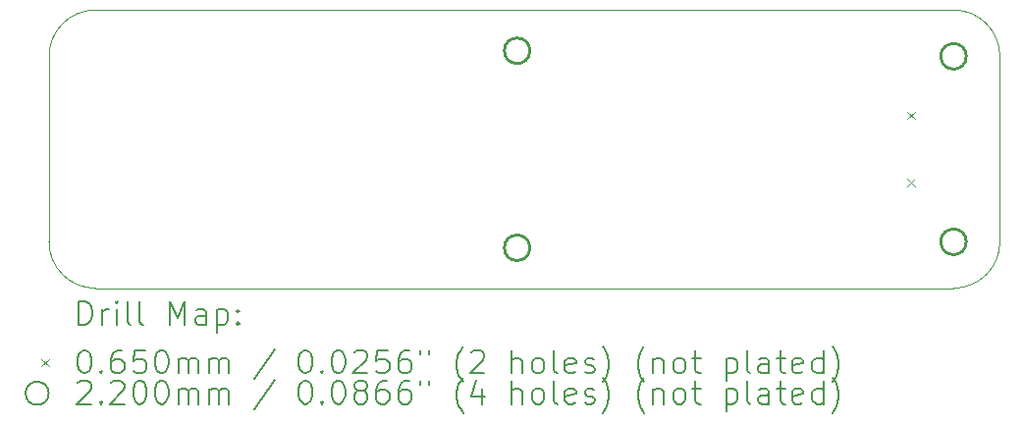
<source format=gbr>
%TF.GenerationSoftware,KiCad,Pcbnew,9.0.4*%
%TF.CreationDate,2025-09-01T13:06:25+02:00*%
%TF.ProjectId,EHT,4548542e-6b69-4636-9164-5f7063625858,rev?*%
%TF.SameCoordinates,Original*%
%TF.FileFunction,Drillmap*%
%TF.FilePolarity,Positive*%
%FSLAX45Y45*%
G04 Gerber Fmt 4.5, Leading zero omitted, Abs format (unit mm)*
G04 Created by KiCad (PCBNEW 9.0.4) date 2025-09-01 13:06:25*
%MOMM*%
%LPD*%
G01*
G04 APERTURE LIST*
%ADD10C,0.050000*%
%ADD11C,0.200000*%
%ADD12C,0.100000*%
%ADD13C,0.220000*%
G04 APERTURE END LIST*
D10*
X18600000Y-7500000D02*
X18600000Y-9100000D01*
X10400000Y-7500000D02*
X10400000Y-9100000D01*
X10400000Y-7500000D02*
G75*
G02*
X10800000Y-7100000I400000J0D01*
G01*
X10800000Y-9500000D02*
G75*
G02*
X10400000Y-9100000I0J400000D01*
G01*
X18600000Y-9100000D02*
G75*
G02*
X18200000Y-9500000I-400000J0D01*
G01*
X18200000Y-7100000D02*
G75*
G02*
X18600000Y-7500000I0J-400000D01*
G01*
X18200000Y-7100000D02*
X10800000Y-7100000D01*
X18200000Y-9500000D02*
X10800000Y-9500000D01*
D11*
D12*
X17799500Y-7976500D02*
X17864500Y-8041500D01*
X17864500Y-7976500D02*
X17799500Y-8041500D01*
X17799500Y-8554500D02*
X17864500Y-8619500D01*
X17864500Y-8554500D02*
X17799500Y-8619500D01*
D13*
X14546500Y-7451500D02*
G75*
G02*
X14326500Y-7451500I-110000J0D01*
G01*
X14326500Y-7451500D02*
G75*
G02*
X14546500Y-7451500I110000J0D01*
G01*
X14546500Y-9151500D02*
G75*
G02*
X14326500Y-9151500I-110000J0D01*
G01*
X14326500Y-9151500D02*
G75*
G02*
X14546500Y-9151500I110000J0D01*
G01*
X18310000Y-7500000D02*
G75*
G02*
X18090000Y-7500000I-110000J0D01*
G01*
X18090000Y-7500000D02*
G75*
G02*
X18310000Y-7500000I110000J0D01*
G01*
X18310000Y-9100000D02*
G75*
G02*
X18090000Y-9100000I-110000J0D01*
G01*
X18090000Y-9100000D02*
G75*
G02*
X18310000Y-9100000I110000J0D01*
G01*
D11*
X10658277Y-9813984D02*
X10658277Y-9613984D01*
X10658277Y-9613984D02*
X10705896Y-9613984D01*
X10705896Y-9613984D02*
X10734467Y-9623508D01*
X10734467Y-9623508D02*
X10753515Y-9642555D01*
X10753515Y-9642555D02*
X10763039Y-9661603D01*
X10763039Y-9661603D02*
X10772563Y-9699698D01*
X10772563Y-9699698D02*
X10772563Y-9728270D01*
X10772563Y-9728270D02*
X10763039Y-9766365D01*
X10763039Y-9766365D02*
X10753515Y-9785412D01*
X10753515Y-9785412D02*
X10734467Y-9804460D01*
X10734467Y-9804460D02*
X10705896Y-9813984D01*
X10705896Y-9813984D02*
X10658277Y-9813984D01*
X10858277Y-9813984D02*
X10858277Y-9680650D01*
X10858277Y-9718746D02*
X10867801Y-9699698D01*
X10867801Y-9699698D02*
X10877324Y-9690174D01*
X10877324Y-9690174D02*
X10896372Y-9680650D01*
X10896372Y-9680650D02*
X10915420Y-9680650D01*
X10982086Y-9813984D02*
X10982086Y-9680650D01*
X10982086Y-9613984D02*
X10972563Y-9623508D01*
X10972563Y-9623508D02*
X10982086Y-9633031D01*
X10982086Y-9633031D02*
X10991610Y-9623508D01*
X10991610Y-9623508D02*
X10982086Y-9613984D01*
X10982086Y-9613984D02*
X10982086Y-9633031D01*
X11105896Y-9813984D02*
X11086848Y-9804460D01*
X11086848Y-9804460D02*
X11077324Y-9785412D01*
X11077324Y-9785412D02*
X11077324Y-9613984D01*
X11210658Y-9813984D02*
X11191610Y-9804460D01*
X11191610Y-9804460D02*
X11182086Y-9785412D01*
X11182086Y-9785412D02*
X11182086Y-9613984D01*
X11439229Y-9813984D02*
X11439229Y-9613984D01*
X11439229Y-9613984D02*
X11505896Y-9756841D01*
X11505896Y-9756841D02*
X11572562Y-9613984D01*
X11572562Y-9613984D02*
X11572562Y-9813984D01*
X11753515Y-9813984D02*
X11753515Y-9709222D01*
X11753515Y-9709222D02*
X11743991Y-9690174D01*
X11743991Y-9690174D02*
X11724943Y-9680650D01*
X11724943Y-9680650D02*
X11686848Y-9680650D01*
X11686848Y-9680650D02*
X11667801Y-9690174D01*
X11753515Y-9804460D02*
X11734467Y-9813984D01*
X11734467Y-9813984D02*
X11686848Y-9813984D01*
X11686848Y-9813984D02*
X11667801Y-9804460D01*
X11667801Y-9804460D02*
X11658277Y-9785412D01*
X11658277Y-9785412D02*
X11658277Y-9766365D01*
X11658277Y-9766365D02*
X11667801Y-9747317D01*
X11667801Y-9747317D02*
X11686848Y-9737793D01*
X11686848Y-9737793D02*
X11734467Y-9737793D01*
X11734467Y-9737793D02*
X11753515Y-9728270D01*
X11848753Y-9680650D02*
X11848753Y-9880650D01*
X11848753Y-9690174D02*
X11867801Y-9680650D01*
X11867801Y-9680650D02*
X11905896Y-9680650D01*
X11905896Y-9680650D02*
X11924943Y-9690174D01*
X11924943Y-9690174D02*
X11934467Y-9699698D01*
X11934467Y-9699698D02*
X11943991Y-9718746D01*
X11943991Y-9718746D02*
X11943991Y-9775889D01*
X11943991Y-9775889D02*
X11934467Y-9794936D01*
X11934467Y-9794936D02*
X11924943Y-9804460D01*
X11924943Y-9804460D02*
X11905896Y-9813984D01*
X11905896Y-9813984D02*
X11867801Y-9813984D01*
X11867801Y-9813984D02*
X11848753Y-9804460D01*
X12029705Y-9794936D02*
X12039229Y-9804460D01*
X12039229Y-9804460D02*
X12029705Y-9813984D01*
X12029705Y-9813984D02*
X12020182Y-9804460D01*
X12020182Y-9804460D02*
X12029705Y-9794936D01*
X12029705Y-9794936D02*
X12029705Y-9813984D01*
X12029705Y-9690174D02*
X12039229Y-9699698D01*
X12039229Y-9699698D02*
X12029705Y-9709222D01*
X12029705Y-9709222D02*
X12020182Y-9699698D01*
X12020182Y-9699698D02*
X12029705Y-9690174D01*
X12029705Y-9690174D02*
X12029705Y-9709222D01*
D12*
X10332500Y-10110000D02*
X10397500Y-10175000D01*
X10397500Y-10110000D02*
X10332500Y-10175000D01*
D11*
X10696372Y-10033984D02*
X10715420Y-10033984D01*
X10715420Y-10033984D02*
X10734467Y-10043508D01*
X10734467Y-10043508D02*
X10743991Y-10053031D01*
X10743991Y-10053031D02*
X10753515Y-10072079D01*
X10753515Y-10072079D02*
X10763039Y-10110174D01*
X10763039Y-10110174D02*
X10763039Y-10157793D01*
X10763039Y-10157793D02*
X10753515Y-10195889D01*
X10753515Y-10195889D02*
X10743991Y-10214936D01*
X10743991Y-10214936D02*
X10734467Y-10224460D01*
X10734467Y-10224460D02*
X10715420Y-10233984D01*
X10715420Y-10233984D02*
X10696372Y-10233984D01*
X10696372Y-10233984D02*
X10677324Y-10224460D01*
X10677324Y-10224460D02*
X10667801Y-10214936D01*
X10667801Y-10214936D02*
X10658277Y-10195889D01*
X10658277Y-10195889D02*
X10648753Y-10157793D01*
X10648753Y-10157793D02*
X10648753Y-10110174D01*
X10648753Y-10110174D02*
X10658277Y-10072079D01*
X10658277Y-10072079D02*
X10667801Y-10053031D01*
X10667801Y-10053031D02*
X10677324Y-10043508D01*
X10677324Y-10043508D02*
X10696372Y-10033984D01*
X10848753Y-10214936D02*
X10858277Y-10224460D01*
X10858277Y-10224460D02*
X10848753Y-10233984D01*
X10848753Y-10233984D02*
X10839229Y-10224460D01*
X10839229Y-10224460D02*
X10848753Y-10214936D01*
X10848753Y-10214936D02*
X10848753Y-10233984D01*
X11029705Y-10033984D02*
X10991610Y-10033984D01*
X10991610Y-10033984D02*
X10972563Y-10043508D01*
X10972563Y-10043508D02*
X10963039Y-10053031D01*
X10963039Y-10053031D02*
X10943991Y-10081603D01*
X10943991Y-10081603D02*
X10934467Y-10119698D01*
X10934467Y-10119698D02*
X10934467Y-10195889D01*
X10934467Y-10195889D02*
X10943991Y-10214936D01*
X10943991Y-10214936D02*
X10953515Y-10224460D01*
X10953515Y-10224460D02*
X10972563Y-10233984D01*
X10972563Y-10233984D02*
X11010658Y-10233984D01*
X11010658Y-10233984D02*
X11029705Y-10224460D01*
X11029705Y-10224460D02*
X11039229Y-10214936D01*
X11039229Y-10214936D02*
X11048753Y-10195889D01*
X11048753Y-10195889D02*
X11048753Y-10148270D01*
X11048753Y-10148270D02*
X11039229Y-10129222D01*
X11039229Y-10129222D02*
X11029705Y-10119698D01*
X11029705Y-10119698D02*
X11010658Y-10110174D01*
X11010658Y-10110174D02*
X10972563Y-10110174D01*
X10972563Y-10110174D02*
X10953515Y-10119698D01*
X10953515Y-10119698D02*
X10943991Y-10129222D01*
X10943991Y-10129222D02*
X10934467Y-10148270D01*
X11229705Y-10033984D02*
X11134467Y-10033984D01*
X11134467Y-10033984D02*
X11124944Y-10129222D01*
X11124944Y-10129222D02*
X11134467Y-10119698D01*
X11134467Y-10119698D02*
X11153515Y-10110174D01*
X11153515Y-10110174D02*
X11201134Y-10110174D01*
X11201134Y-10110174D02*
X11220182Y-10119698D01*
X11220182Y-10119698D02*
X11229705Y-10129222D01*
X11229705Y-10129222D02*
X11239229Y-10148270D01*
X11239229Y-10148270D02*
X11239229Y-10195889D01*
X11239229Y-10195889D02*
X11229705Y-10214936D01*
X11229705Y-10214936D02*
X11220182Y-10224460D01*
X11220182Y-10224460D02*
X11201134Y-10233984D01*
X11201134Y-10233984D02*
X11153515Y-10233984D01*
X11153515Y-10233984D02*
X11134467Y-10224460D01*
X11134467Y-10224460D02*
X11124944Y-10214936D01*
X11363039Y-10033984D02*
X11382086Y-10033984D01*
X11382086Y-10033984D02*
X11401134Y-10043508D01*
X11401134Y-10043508D02*
X11410658Y-10053031D01*
X11410658Y-10053031D02*
X11420182Y-10072079D01*
X11420182Y-10072079D02*
X11429705Y-10110174D01*
X11429705Y-10110174D02*
X11429705Y-10157793D01*
X11429705Y-10157793D02*
X11420182Y-10195889D01*
X11420182Y-10195889D02*
X11410658Y-10214936D01*
X11410658Y-10214936D02*
X11401134Y-10224460D01*
X11401134Y-10224460D02*
X11382086Y-10233984D01*
X11382086Y-10233984D02*
X11363039Y-10233984D01*
X11363039Y-10233984D02*
X11343991Y-10224460D01*
X11343991Y-10224460D02*
X11334467Y-10214936D01*
X11334467Y-10214936D02*
X11324943Y-10195889D01*
X11324943Y-10195889D02*
X11315420Y-10157793D01*
X11315420Y-10157793D02*
X11315420Y-10110174D01*
X11315420Y-10110174D02*
X11324943Y-10072079D01*
X11324943Y-10072079D02*
X11334467Y-10053031D01*
X11334467Y-10053031D02*
X11343991Y-10043508D01*
X11343991Y-10043508D02*
X11363039Y-10033984D01*
X11515420Y-10233984D02*
X11515420Y-10100650D01*
X11515420Y-10119698D02*
X11524943Y-10110174D01*
X11524943Y-10110174D02*
X11543991Y-10100650D01*
X11543991Y-10100650D02*
X11572563Y-10100650D01*
X11572563Y-10100650D02*
X11591610Y-10110174D01*
X11591610Y-10110174D02*
X11601134Y-10129222D01*
X11601134Y-10129222D02*
X11601134Y-10233984D01*
X11601134Y-10129222D02*
X11610658Y-10110174D01*
X11610658Y-10110174D02*
X11629705Y-10100650D01*
X11629705Y-10100650D02*
X11658277Y-10100650D01*
X11658277Y-10100650D02*
X11677324Y-10110174D01*
X11677324Y-10110174D02*
X11686848Y-10129222D01*
X11686848Y-10129222D02*
X11686848Y-10233984D01*
X11782086Y-10233984D02*
X11782086Y-10100650D01*
X11782086Y-10119698D02*
X11791610Y-10110174D01*
X11791610Y-10110174D02*
X11810658Y-10100650D01*
X11810658Y-10100650D02*
X11839229Y-10100650D01*
X11839229Y-10100650D02*
X11858277Y-10110174D01*
X11858277Y-10110174D02*
X11867801Y-10129222D01*
X11867801Y-10129222D02*
X11867801Y-10233984D01*
X11867801Y-10129222D02*
X11877324Y-10110174D01*
X11877324Y-10110174D02*
X11896372Y-10100650D01*
X11896372Y-10100650D02*
X11924943Y-10100650D01*
X11924943Y-10100650D02*
X11943991Y-10110174D01*
X11943991Y-10110174D02*
X11953515Y-10129222D01*
X11953515Y-10129222D02*
X11953515Y-10233984D01*
X12343991Y-10024460D02*
X12172563Y-10281603D01*
X12601134Y-10033984D02*
X12620182Y-10033984D01*
X12620182Y-10033984D02*
X12639229Y-10043508D01*
X12639229Y-10043508D02*
X12648753Y-10053031D01*
X12648753Y-10053031D02*
X12658277Y-10072079D01*
X12658277Y-10072079D02*
X12667801Y-10110174D01*
X12667801Y-10110174D02*
X12667801Y-10157793D01*
X12667801Y-10157793D02*
X12658277Y-10195889D01*
X12658277Y-10195889D02*
X12648753Y-10214936D01*
X12648753Y-10214936D02*
X12639229Y-10224460D01*
X12639229Y-10224460D02*
X12620182Y-10233984D01*
X12620182Y-10233984D02*
X12601134Y-10233984D01*
X12601134Y-10233984D02*
X12582086Y-10224460D01*
X12582086Y-10224460D02*
X12572563Y-10214936D01*
X12572563Y-10214936D02*
X12563039Y-10195889D01*
X12563039Y-10195889D02*
X12553515Y-10157793D01*
X12553515Y-10157793D02*
X12553515Y-10110174D01*
X12553515Y-10110174D02*
X12563039Y-10072079D01*
X12563039Y-10072079D02*
X12572563Y-10053031D01*
X12572563Y-10053031D02*
X12582086Y-10043508D01*
X12582086Y-10043508D02*
X12601134Y-10033984D01*
X12753515Y-10214936D02*
X12763039Y-10224460D01*
X12763039Y-10224460D02*
X12753515Y-10233984D01*
X12753515Y-10233984D02*
X12743991Y-10224460D01*
X12743991Y-10224460D02*
X12753515Y-10214936D01*
X12753515Y-10214936D02*
X12753515Y-10233984D01*
X12886848Y-10033984D02*
X12905896Y-10033984D01*
X12905896Y-10033984D02*
X12924944Y-10043508D01*
X12924944Y-10043508D02*
X12934467Y-10053031D01*
X12934467Y-10053031D02*
X12943991Y-10072079D01*
X12943991Y-10072079D02*
X12953515Y-10110174D01*
X12953515Y-10110174D02*
X12953515Y-10157793D01*
X12953515Y-10157793D02*
X12943991Y-10195889D01*
X12943991Y-10195889D02*
X12934467Y-10214936D01*
X12934467Y-10214936D02*
X12924944Y-10224460D01*
X12924944Y-10224460D02*
X12905896Y-10233984D01*
X12905896Y-10233984D02*
X12886848Y-10233984D01*
X12886848Y-10233984D02*
X12867801Y-10224460D01*
X12867801Y-10224460D02*
X12858277Y-10214936D01*
X12858277Y-10214936D02*
X12848753Y-10195889D01*
X12848753Y-10195889D02*
X12839229Y-10157793D01*
X12839229Y-10157793D02*
X12839229Y-10110174D01*
X12839229Y-10110174D02*
X12848753Y-10072079D01*
X12848753Y-10072079D02*
X12858277Y-10053031D01*
X12858277Y-10053031D02*
X12867801Y-10043508D01*
X12867801Y-10043508D02*
X12886848Y-10033984D01*
X13029706Y-10053031D02*
X13039229Y-10043508D01*
X13039229Y-10043508D02*
X13058277Y-10033984D01*
X13058277Y-10033984D02*
X13105896Y-10033984D01*
X13105896Y-10033984D02*
X13124944Y-10043508D01*
X13124944Y-10043508D02*
X13134467Y-10053031D01*
X13134467Y-10053031D02*
X13143991Y-10072079D01*
X13143991Y-10072079D02*
X13143991Y-10091127D01*
X13143991Y-10091127D02*
X13134467Y-10119698D01*
X13134467Y-10119698D02*
X13020182Y-10233984D01*
X13020182Y-10233984D02*
X13143991Y-10233984D01*
X13324944Y-10033984D02*
X13229706Y-10033984D01*
X13229706Y-10033984D02*
X13220182Y-10129222D01*
X13220182Y-10129222D02*
X13229706Y-10119698D01*
X13229706Y-10119698D02*
X13248753Y-10110174D01*
X13248753Y-10110174D02*
X13296372Y-10110174D01*
X13296372Y-10110174D02*
X13315420Y-10119698D01*
X13315420Y-10119698D02*
X13324944Y-10129222D01*
X13324944Y-10129222D02*
X13334467Y-10148270D01*
X13334467Y-10148270D02*
X13334467Y-10195889D01*
X13334467Y-10195889D02*
X13324944Y-10214936D01*
X13324944Y-10214936D02*
X13315420Y-10224460D01*
X13315420Y-10224460D02*
X13296372Y-10233984D01*
X13296372Y-10233984D02*
X13248753Y-10233984D01*
X13248753Y-10233984D02*
X13229706Y-10224460D01*
X13229706Y-10224460D02*
X13220182Y-10214936D01*
X13505896Y-10033984D02*
X13467801Y-10033984D01*
X13467801Y-10033984D02*
X13448753Y-10043508D01*
X13448753Y-10043508D02*
X13439229Y-10053031D01*
X13439229Y-10053031D02*
X13420182Y-10081603D01*
X13420182Y-10081603D02*
X13410658Y-10119698D01*
X13410658Y-10119698D02*
X13410658Y-10195889D01*
X13410658Y-10195889D02*
X13420182Y-10214936D01*
X13420182Y-10214936D02*
X13429706Y-10224460D01*
X13429706Y-10224460D02*
X13448753Y-10233984D01*
X13448753Y-10233984D02*
X13486848Y-10233984D01*
X13486848Y-10233984D02*
X13505896Y-10224460D01*
X13505896Y-10224460D02*
X13515420Y-10214936D01*
X13515420Y-10214936D02*
X13524944Y-10195889D01*
X13524944Y-10195889D02*
X13524944Y-10148270D01*
X13524944Y-10148270D02*
X13515420Y-10129222D01*
X13515420Y-10129222D02*
X13505896Y-10119698D01*
X13505896Y-10119698D02*
X13486848Y-10110174D01*
X13486848Y-10110174D02*
X13448753Y-10110174D01*
X13448753Y-10110174D02*
X13429706Y-10119698D01*
X13429706Y-10119698D02*
X13420182Y-10129222D01*
X13420182Y-10129222D02*
X13410658Y-10148270D01*
X13601134Y-10033984D02*
X13601134Y-10072079D01*
X13677325Y-10033984D02*
X13677325Y-10072079D01*
X13972563Y-10310174D02*
X13963039Y-10300650D01*
X13963039Y-10300650D02*
X13943991Y-10272079D01*
X13943991Y-10272079D02*
X13934468Y-10253031D01*
X13934468Y-10253031D02*
X13924944Y-10224460D01*
X13924944Y-10224460D02*
X13915420Y-10176841D01*
X13915420Y-10176841D02*
X13915420Y-10138746D01*
X13915420Y-10138746D02*
X13924944Y-10091127D01*
X13924944Y-10091127D02*
X13934468Y-10062555D01*
X13934468Y-10062555D02*
X13943991Y-10043508D01*
X13943991Y-10043508D02*
X13963039Y-10014936D01*
X13963039Y-10014936D02*
X13972563Y-10005412D01*
X14039229Y-10053031D02*
X14048753Y-10043508D01*
X14048753Y-10043508D02*
X14067801Y-10033984D01*
X14067801Y-10033984D02*
X14115420Y-10033984D01*
X14115420Y-10033984D02*
X14134468Y-10043508D01*
X14134468Y-10043508D02*
X14143991Y-10053031D01*
X14143991Y-10053031D02*
X14153515Y-10072079D01*
X14153515Y-10072079D02*
X14153515Y-10091127D01*
X14153515Y-10091127D02*
X14143991Y-10119698D01*
X14143991Y-10119698D02*
X14029706Y-10233984D01*
X14029706Y-10233984D02*
X14153515Y-10233984D01*
X14391610Y-10233984D02*
X14391610Y-10033984D01*
X14477325Y-10233984D02*
X14477325Y-10129222D01*
X14477325Y-10129222D02*
X14467801Y-10110174D01*
X14467801Y-10110174D02*
X14448753Y-10100650D01*
X14448753Y-10100650D02*
X14420182Y-10100650D01*
X14420182Y-10100650D02*
X14401134Y-10110174D01*
X14401134Y-10110174D02*
X14391610Y-10119698D01*
X14601134Y-10233984D02*
X14582087Y-10224460D01*
X14582087Y-10224460D02*
X14572563Y-10214936D01*
X14572563Y-10214936D02*
X14563039Y-10195889D01*
X14563039Y-10195889D02*
X14563039Y-10138746D01*
X14563039Y-10138746D02*
X14572563Y-10119698D01*
X14572563Y-10119698D02*
X14582087Y-10110174D01*
X14582087Y-10110174D02*
X14601134Y-10100650D01*
X14601134Y-10100650D02*
X14629706Y-10100650D01*
X14629706Y-10100650D02*
X14648753Y-10110174D01*
X14648753Y-10110174D02*
X14658277Y-10119698D01*
X14658277Y-10119698D02*
X14667801Y-10138746D01*
X14667801Y-10138746D02*
X14667801Y-10195889D01*
X14667801Y-10195889D02*
X14658277Y-10214936D01*
X14658277Y-10214936D02*
X14648753Y-10224460D01*
X14648753Y-10224460D02*
X14629706Y-10233984D01*
X14629706Y-10233984D02*
X14601134Y-10233984D01*
X14782087Y-10233984D02*
X14763039Y-10224460D01*
X14763039Y-10224460D02*
X14753515Y-10205412D01*
X14753515Y-10205412D02*
X14753515Y-10033984D01*
X14934468Y-10224460D02*
X14915420Y-10233984D01*
X14915420Y-10233984D02*
X14877325Y-10233984D01*
X14877325Y-10233984D02*
X14858277Y-10224460D01*
X14858277Y-10224460D02*
X14848753Y-10205412D01*
X14848753Y-10205412D02*
X14848753Y-10129222D01*
X14848753Y-10129222D02*
X14858277Y-10110174D01*
X14858277Y-10110174D02*
X14877325Y-10100650D01*
X14877325Y-10100650D02*
X14915420Y-10100650D01*
X14915420Y-10100650D02*
X14934468Y-10110174D01*
X14934468Y-10110174D02*
X14943991Y-10129222D01*
X14943991Y-10129222D02*
X14943991Y-10148270D01*
X14943991Y-10148270D02*
X14848753Y-10167317D01*
X15020182Y-10224460D02*
X15039230Y-10233984D01*
X15039230Y-10233984D02*
X15077325Y-10233984D01*
X15077325Y-10233984D02*
X15096372Y-10224460D01*
X15096372Y-10224460D02*
X15105896Y-10205412D01*
X15105896Y-10205412D02*
X15105896Y-10195889D01*
X15105896Y-10195889D02*
X15096372Y-10176841D01*
X15096372Y-10176841D02*
X15077325Y-10167317D01*
X15077325Y-10167317D02*
X15048753Y-10167317D01*
X15048753Y-10167317D02*
X15029706Y-10157793D01*
X15029706Y-10157793D02*
X15020182Y-10138746D01*
X15020182Y-10138746D02*
X15020182Y-10129222D01*
X15020182Y-10129222D02*
X15029706Y-10110174D01*
X15029706Y-10110174D02*
X15048753Y-10100650D01*
X15048753Y-10100650D02*
X15077325Y-10100650D01*
X15077325Y-10100650D02*
X15096372Y-10110174D01*
X15172563Y-10310174D02*
X15182087Y-10300650D01*
X15182087Y-10300650D02*
X15201134Y-10272079D01*
X15201134Y-10272079D02*
X15210658Y-10253031D01*
X15210658Y-10253031D02*
X15220182Y-10224460D01*
X15220182Y-10224460D02*
X15229706Y-10176841D01*
X15229706Y-10176841D02*
X15229706Y-10138746D01*
X15229706Y-10138746D02*
X15220182Y-10091127D01*
X15220182Y-10091127D02*
X15210658Y-10062555D01*
X15210658Y-10062555D02*
X15201134Y-10043508D01*
X15201134Y-10043508D02*
X15182087Y-10014936D01*
X15182087Y-10014936D02*
X15172563Y-10005412D01*
X15534468Y-10310174D02*
X15524944Y-10300650D01*
X15524944Y-10300650D02*
X15505896Y-10272079D01*
X15505896Y-10272079D02*
X15496372Y-10253031D01*
X15496372Y-10253031D02*
X15486849Y-10224460D01*
X15486849Y-10224460D02*
X15477325Y-10176841D01*
X15477325Y-10176841D02*
X15477325Y-10138746D01*
X15477325Y-10138746D02*
X15486849Y-10091127D01*
X15486849Y-10091127D02*
X15496372Y-10062555D01*
X15496372Y-10062555D02*
X15505896Y-10043508D01*
X15505896Y-10043508D02*
X15524944Y-10014936D01*
X15524944Y-10014936D02*
X15534468Y-10005412D01*
X15610658Y-10100650D02*
X15610658Y-10233984D01*
X15610658Y-10119698D02*
X15620182Y-10110174D01*
X15620182Y-10110174D02*
X15639230Y-10100650D01*
X15639230Y-10100650D02*
X15667801Y-10100650D01*
X15667801Y-10100650D02*
X15686849Y-10110174D01*
X15686849Y-10110174D02*
X15696372Y-10129222D01*
X15696372Y-10129222D02*
X15696372Y-10233984D01*
X15820182Y-10233984D02*
X15801134Y-10224460D01*
X15801134Y-10224460D02*
X15791611Y-10214936D01*
X15791611Y-10214936D02*
X15782087Y-10195889D01*
X15782087Y-10195889D02*
X15782087Y-10138746D01*
X15782087Y-10138746D02*
X15791611Y-10119698D01*
X15791611Y-10119698D02*
X15801134Y-10110174D01*
X15801134Y-10110174D02*
X15820182Y-10100650D01*
X15820182Y-10100650D02*
X15848753Y-10100650D01*
X15848753Y-10100650D02*
X15867801Y-10110174D01*
X15867801Y-10110174D02*
X15877325Y-10119698D01*
X15877325Y-10119698D02*
X15886849Y-10138746D01*
X15886849Y-10138746D02*
X15886849Y-10195889D01*
X15886849Y-10195889D02*
X15877325Y-10214936D01*
X15877325Y-10214936D02*
X15867801Y-10224460D01*
X15867801Y-10224460D02*
X15848753Y-10233984D01*
X15848753Y-10233984D02*
X15820182Y-10233984D01*
X15943992Y-10100650D02*
X16020182Y-10100650D01*
X15972563Y-10033984D02*
X15972563Y-10205412D01*
X15972563Y-10205412D02*
X15982087Y-10224460D01*
X15982087Y-10224460D02*
X16001134Y-10233984D01*
X16001134Y-10233984D02*
X16020182Y-10233984D01*
X16239230Y-10100650D02*
X16239230Y-10300650D01*
X16239230Y-10110174D02*
X16258277Y-10100650D01*
X16258277Y-10100650D02*
X16296373Y-10100650D01*
X16296373Y-10100650D02*
X16315420Y-10110174D01*
X16315420Y-10110174D02*
X16324944Y-10119698D01*
X16324944Y-10119698D02*
X16334468Y-10138746D01*
X16334468Y-10138746D02*
X16334468Y-10195889D01*
X16334468Y-10195889D02*
X16324944Y-10214936D01*
X16324944Y-10214936D02*
X16315420Y-10224460D01*
X16315420Y-10224460D02*
X16296373Y-10233984D01*
X16296373Y-10233984D02*
X16258277Y-10233984D01*
X16258277Y-10233984D02*
X16239230Y-10224460D01*
X16448753Y-10233984D02*
X16429706Y-10224460D01*
X16429706Y-10224460D02*
X16420182Y-10205412D01*
X16420182Y-10205412D02*
X16420182Y-10033984D01*
X16610658Y-10233984D02*
X16610658Y-10129222D01*
X16610658Y-10129222D02*
X16601134Y-10110174D01*
X16601134Y-10110174D02*
X16582087Y-10100650D01*
X16582087Y-10100650D02*
X16543992Y-10100650D01*
X16543992Y-10100650D02*
X16524944Y-10110174D01*
X16610658Y-10224460D02*
X16591611Y-10233984D01*
X16591611Y-10233984D02*
X16543992Y-10233984D01*
X16543992Y-10233984D02*
X16524944Y-10224460D01*
X16524944Y-10224460D02*
X16515420Y-10205412D01*
X16515420Y-10205412D02*
X16515420Y-10186365D01*
X16515420Y-10186365D02*
X16524944Y-10167317D01*
X16524944Y-10167317D02*
X16543992Y-10157793D01*
X16543992Y-10157793D02*
X16591611Y-10157793D01*
X16591611Y-10157793D02*
X16610658Y-10148270D01*
X16677325Y-10100650D02*
X16753515Y-10100650D01*
X16705896Y-10033984D02*
X16705896Y-10205412D01*
X16705896Y-10205412D02*
X16715420Y-10224460D01*
X16715420Y-10224460D02*
X16734468Y-10233984D01*
X16734468Y-10233984D02*
X16753515Y-10233984D01*
X16896373Y-10224460D02*
X16877325Y-10233984D01*
X16877325Y-10233984D02*
X16839230Y-10233984D01*
X16839230Y-10233984D02*
X16820182Y-10224460D01*
X16820182Y-10224460D02*
X16810658Y-10205412D01*
X16810658Y-10205412D02*
X16810658Y-10129222D01*
X16810658Y-10129222D02*
X16820182Y-10110174D01*
X16820182Y-10110174D02*
X16839230Y-10100650D01*
X16839230Y-10100650D02*
X16877325Y-10100650D01*
X16877325Y-10100650D02*
X16896373Y-10110174D01*
X16896373Y-10110174D02*
X16905896Y-10129222D01*
X16905896Y-10129222D02*
X16905896Y-10148270D01*
X16905896Y-10148270D02*
X16810658Y-10167317D01*
X17077325Y-10233984D02*
X17077325Y-10033984D01*
X17077325Y-10224460D02*
X17058277Y-10233984D01*
X17058277Y-10233984D02*
X17020182Y-10233984D01*
X17020182Y-10233984D02*
X17001135Y-10224460D01*
X17001135Y-10224460D02*
X16991611Y-10214936D01*
X16991611Y-10214936D02*
X16982087Y-10195889D01*
X16982087Y-10195889D02*
X16982087Y-10138746D01*
X16982087Y-10138746D02*
X16991611Y-10119698D01*
X16991611Y-10119698D02*
X17001135Y-10110174D01*
X17001135Y-10110174D02*
X17020182Y-10100650D01*
X17020182Y-10100650D02*
X17058277Y-10100650D01*
X17058277Y-10100650D02*
X17077325Y-10110174D01*
X17153516Y-10310174D02*
X17163039Y-10300650D01*
X17163039Y-10300650D02*
X17182087Y-10272079D01*
X17182087Y-10272079D02*
X17191611Y-10253031D01*
X17191611Y-10253031D02*
X17201135Y-10224460D01*
X17201135Y-10224460D02*
X17210658Y-10176841D01*
X17210658Y-10176841D02*
X17210658Y-10138746D01*
X17210658Y-10138746D02*
X17201135Y-10091127D01*
X17201135Y-10091127D02*
X17191611Y-10062555D01*
X17191611Y-10062555D02*
X17182087Y-10043508D01*
X17182087Y-10043508D02*
X17163039Y-10014936D01*
X17163039Y-10014936D02*
X17153516Y-10005412D01*
X10397500Y-10406500D02*
G75*
G02*
X10197500Y-10406500I-100000J0D01*
G01*
X10197500Y-10406500D02*
G75*
G02*
X10397500Y-10406500I100000J0D01*
G01*
X10648753Y-10317031D02*
X10658277Y-10307508D01*
X10658277Y-10307508D02*
X10677324Y-10297984D01*
X10677324Y-10297984D02*
X10724944Y-10297984D01*
X10724944Y-10297984D02*
X10743991Y-10307508D01*
X10743991Y-10307508D02*
X10753515Y-10317031D01*
X10753515Y-10317031D02*
X10763039Y-10336079D01*
X10763039Y-10336079D02*
X10763039Y-10355127D01*
X10763039Y-10355127D02*
X10753515Y-10383698D01*
X10753515Y-10383698D02*
X10639229Y-10497984D01*
X10639229Y-10497984D02*
X10763039Y-10497984D01*
X10848753Y-10478936D02*
X10858277Y-10488460D01*
X10858277Y-10488460D02*
X10848753Y-10497984D01*
X10848753Y-10497984D02*
X10839229Y-10488460D01*
X10839229Y-10488460D02*
X10848753Y-10478936D01*
X10848753Y-10478936D02*
X10848753Y-10497984D01*
X10934467Y-10317031D02*
X10943991Y-10307508D01*
X10943991Y-10307508D02*
X10963039Y-10297984D01*
X10963039Y-10297984D02*
X11010658Y-10297984D01*
X11010658Y-10297984D02*
X11029705Y-10307508D01*
X11029705Y-10307508D02*
X11039229Y-10317031D01*
X11039229Y-10317031D02*
X11048753Y-10336079D01*
X11048753Y-10336079D02*
X11048753Y-10355127D01*
X11048753Y-10355127D02*
X11039229Y-10383698D01*
X11039229Y-10383698D02*
X10924944Y-10497984D01*
X10924944Y-10497984D02*
X11048753Y-10497984D01*
X11172563Y-10297984D02*
X11191610Y-10297984D01*
X11191610Y-10297984D02*
X11210658Y-10307508D01*
X11210658Y-10307508D02*
X11220182Y-10317031D01*
X11220182Y-10317031D02*
X11229705Y-10336079D01*
X11229705Y-10336079D02*
X11239229Y-10374174D01*
X11239229Y-10374174D02*
X11239229Y-10421793D01*
X11239229Y-10421793D02*
X11229705Y-10459889D01*
X11229705Y-10459889D02*
X11220182Y-10478936D01*
X11220182Y-10478936D02*
X11210658Y-10488460D01*
X11210658Y-10488460D02*
X11191610Y-10497984D01*
X11191610Y-10497984D02*
X11172563Y-10497984D01*
X11172563Y-10497984D02*
X11153515Y-10488460D01*
X11153515Y-10488460D02*
X11143991Y-10478936D01*
X11143991Y-10478936D02*
X11134467Y-10459889D01*
X11134467Y-10459889D02*
X11124944Y-10421793D01*
X11124944Y-10421793D02*
X11124944Y-10374174D01*
X11124944Y-10374174D02*
X11134467Y-10336079D01*
X11134467Y-10336079D02*
X11143991Y-10317031D01*
X11143991Y-10317031D02*
X11153515Y-10307508D01*
X11153515Y-10307508D02*
X11172563Y-10297984D01*
X11363039Y-10297984D02*
X11382086Y-10297984D01*
X11382086Y-10297984D02*
X11401134Y-10307508D01*
X11401134Y-10307508D02*
X11410658Y-10317031D01*
X11410658Y-10317031D02*
X11420182Y-10336079D01*
X11420182Y-10336079D02*
X11429705Y-10374174D01*
X11429705Y-10374174D02*
X11429705Y-10421793D01*
X11429705Y-10421793D02*
X11420182Y-10459889D01*
X11420182Y-10459889D02*
X11410658Y-10478936D01*
X11410658Y-10478936D02*
X11401134Y-10488460D01*
X11401134Y-10488460D02*
X11382086Y-10497984D01*
X11382086Y-10497984D02*
X11363039Y-10497984D01*
X11363039Y-10497984D02*
X11343991Y-10488460D01*
X11343991Y-10488460D02*
X11334467Y-10478936D01*
X11334467Y-10478936D02*
X11324943Y-10459889D01*
X11324943Y-10459889D02*
X11315420Y-10421793D01*
X11315420Y-10421793D02*
X11315420Y-10374174D01*
X11315420Y-10374174D02*
X11324943Y-10336079D01*
X11324943Y-10336079D02*
X11334467Y-10317031D01*
X11334467Y-10317031D02*
X11343991Y-10307508D01*
X11343991Y-10307508D02*
X11363039Y-10297984D01*
X11515420Y-10497984D02*
X11515420Y-10364650D01*
X11515420Y-10383698D02*
X11524943Y-10374174D01*
X11524943Y-10374174D02*
X11543991Y-10364650D01*
X11543991Y-10364650D02*
X11572563Y-10364650D01*
X11572563Y-10364650D02*
X11591610Y-10374174D01*
X11591610Y-10374174D02*
X11601134Y-10393222D01*
X11601134Y-10393222D02*
X11601134Y-10497984D01*
X11601134Y-10393222D02*
X11610658Y-10374174D01*
X11610658Y-10374174D02*
X11629705Y-10364650D01*
X11629705Y-10364650D02*
X11658277Y-10364650D01*
X11658277Y-10364650D02*
X11677324Y-10374174D01*
X11677324Y-10374174D02*
X11686848Y-10393222D01*
X11686848Y-10393222D02*
X11686848Y-10497984D01*
X11782086Y-10497984D02*
X11782086Y-10364650D01*
X11782086Y-10383698D02*
X11791610Y-10374174D01*
X11791610Y-10374174D02*
X11810658Y-10364650D01*
X11810658Y-10364650D02*
X11839229Y-10364650D01*
X11839229Y-10364650D02*
X11858277Y-10374174D01*
X11858277Y-10374174D02*
X11867801Y-10393222D01*
X11867801Y-10393222D02*
X11867801Y-10497984D01*
X11867801Y-10393222D02*
X11877324Y-10374174D01*
X11877324Y-10374174D02*
X11896372Y-10364650D01*
X11896372Y-10364650D02*
X11924943Y-10364650D01*
X11924943Y-10364650D02*
X11943991Y-10374174D01*
X11943991Y-10374174D02*
X11953515Y-10393222D01*
X11953515Y-10393222D02*
X11953515Y-10497984D01*
X12343991Y-10288460D02*
X12172563Y-10545603D01*
X12601134Y-10297984D02*
X12620182Y-10297984D01*
X12620182Y-10297984D02*
X12639229Y-10307508D01*
X12639229Y-10307508D02*
X12648753Y-10317031D01*
X12648753Y-10317031D02*
X12658277Y-10336079D01*
X12658277Y-10336079D02*
X12667801Y-10374174D01*
X12667801Y-10374174D02*
X12667801Y-10421793D01*
X12667801Y-10421793D02*
X12658277Y-10459889D01*
X12658277Y-10459889D02*
X12648753Y-10478936D01*
X12648753Y-10478936D02*
X12639229Y-10488460D01*
X12639229Y-10488460D02*
X12620182Y-10497984D01*
X12620182Y-10497984D02*
X12601134Y-10497984D01*
X12601134Y-10497984D02*
X12582086Y-10488460D01*
X12582086Y-10488460D02*
X12572563Y-10478936D01*
X12572563Y-10478936D02*
X12563039Y-10459889D01*
X12563039Y-10459889D02*
X12553515Y-10421793D01*
X12553515Y-10421793D02*
X12553515Y-10374174D01*
X12553515Y-10374174D02*
X12563039Y-10336079D01*
X12563039Y-10336079D02*
X12572563Y-10317031D01*
X12572563Y-10317031D02*
X12582086Y-10307508D01*
X12582086Y-10307508D02*
X12601134Y-10297984D01*
X12753515Y-10478936D02*
X12763039Y-10488460D01*
X12763039Y-10488460D02*
X12753515Y-10497984D01*
X12753515Y-10497984D02*
X12743991Y-10488460D01*
X12743991Y-10488460D02*
X12753515Y-10478936D01*
X12753515Y-10478936D02*
X12753515Y-10497984D01*
X12886848Y-10297984D02*
X12905896Y-10297984D01*
X12905896Y-10297984D02*
X12924944Y-10307508D01*
X12924944Y-10307508D02*
X12934467Y-10317031D01*
X12934467Y-10317031D02*
X12943991Y-10336079D01*
X12943991Y-10336079D02*
X12953515Y-10374174D01*
X12953515Y-10374174D02*
X12953515Y-10421793D01*
X12953515Y-10421793D02*
X12943991Y-10459889D01*
X12943991Y-10459889D02*
X12934467Y-10478936D01*
X12934467Y-10478936D02*
X12924944Y-10488460D01*
X12924944Y-10488460D02*
X12905896Y-10497984D01*
X12905896Y-10497984D02*
X12886848Y-10497984D01*
X12886848Y-10497984D02*
X12867801Y-10488460D01*
X12867801Y-10488460D02*
X12858277Y-10478936D01*
X12858277Y-10478936D02*
X12848753Y-10459889D01*
X12848753Y-10459889D02*
X12839229Y-10421793D01*
X12839229Y-10421793D02*
X12839229Y-10374174D01*
X12839229Y-10374174D02*
X12848753Y-10336079D01*
X12848753Y-10336079D02*
X12858277Y-10317031D01*
X12858277Y-10317031D02*
X12867801Y-10307508D01*
X12867801Y-10307508D02*
X12886848Y-10297984D01*
X13067801Y-10383698D02*
X13048753Y-10374174D01*
X13048753Y-10374174D02*
X13039229Y-10364650D01*
X13039229Y-10364650D02*
X13029706Y-10345603D01*
X13029706Y-10345603D02*
X13029706Y-10336079D01*
X13029706Y-10336079D02*
X13039229Y-10317031D01*
X13039229Y-10317031D02*
X13048753Y-10307508D01*
X13048753Y-10307508D02*
X13067801Y-10297984D01*
X13067801Y-10297984D02*
X13105896Y-10297984D01*
X13105896Y-10297984D02*
X13124944Y-10307508D01*
X13124944Y-10307508D02*
X13134467Y-10317031D01*
X13134467Y-10317031D02*
X13143991Y-10336079D01*
X13143991Y-10336079D02*
X13143991Y-10345603D01*
X13143991Y-10345603D02*
X13134467Y-10364650D01*
X13134467Y-10364650D02*
X13124944Y-10374174D01*
X13124944Y-10374174D02*
X13105896Y-10383698D01*
X13105896Y-10383698D02*
X13067801Y-10383698D01*
X13067801Y-10383698D02*
X13048753Y-10393222D01*
X13048753Y-10393222D02*
X13039229Y-10402746D01*
X13039229Y-10402746D02*
X13029706Y-10421793D01*
X13029706Y-10421793D02*
X13029706Y-10459889D01*
X13029706Y-10459889D02*
X13039229Y-10478936D01*
X13039229Y-10478936D02*
X13048753Y-10488460D01*
X13048753Y-10488460D02*
X13067801Y-10497984D01*
X13067801Y-10497984D02*
X13105896Y-10497984D01*
X13105896Y-10497984D02*
X13124944Y-10488460D01*
X13124944Y-10488460D02*
X13134467Y-10478936D01*
X13134467Y-10478936D02*
X13143991Y-10459889D01*
X13143991Y-10459889D02*
X13143991Y-10421793D01*
X13143991Y-10421793D02*
X13134467Y-10402746D01*
X13134467Y-10402746D02*
X13124944Y-10393222D01*
X13124944Y-10393222D02*
X13105896Y-10383698D01*
X13315420Y-10297984D02*
X13277325Y-10297984D01*
X13277325Y-10297984D02*
X13258277Y-10307508D01*
X13258277Y-10307508D02*
X13248753Y-10317031D01*
X13248753Y-10317031D02*
X13229706Y-10345603D01*
X13229706Y-10345603D02*
X13220182Y-10383698D01*
X13220182Y-10383698D02*
X13220182Y-10459889D01*
X13220182Y-10459889D02*
X13229706Y-10478936D01*
X13229706Y-10478936D02*
X13239229Y-10488460D01*
X13239229Y-10488460D02*
X13258277Y-10497984D01*
X13258277Y-10497984D02*
X13296372Y-10497984D01*
X13296372Y-10497984D02*
X13315420Y-10488460D01*
X13315420Y-10488460D02*
X13324944Y-10478936D01*
X13324944Y-10478936D02*
X13334467Y-10459889D01*
X13334467Y-10459889D02*
X13334467Y-10412270D01*
X13334467Y-10412270D02*
X13324944Y-10393222D01*
X13324944Y-10393222D02*
X13315420Y-10383698D01*
X13315420Y-10383698D02*
X13296372Y-10374174D01*
X13296372Y-10374174D02*
X13258277Y-10374174D01*
X13258277Y-10374174D02*
X13239229Y-10383698D01*
X13239229Y-10383698D02*
X13229706Y-10393222D01*
X13229706Y-10393222D02*
X13220182Y-10412270D01*
X13505896Y-10297984D02*
X13467801Y-10297984D01*
X13467801Y-10297984D02*
X13448753Y-10307508D01*
X13448753Y-10307508D02*
X13439229Y-10317031D01*
X13439229Y-10317031D02*
X13420182Y-10345603D01*
X13420182Y-10345603D02*
X13410658Y-10383698D01*
X13410658Y-10383698D02*
X13410658Y-10459889D01*
X13410658Y-10459889D02*
X13420182Y-10478936D01*
X13420182Y-10478936D02*
X13429706Y-10488460D01*
X13429706Y-10488460D02*
X13448753Y-10497984D01*
X13448753Y-10497984D02*
X13486848Y-10497984D01*
X13486848Y-10497984D02*
X13505896Y-10488460D01*
X13505896Y-10488460D02*
X13515420Y-10478936D01*
X13515420Y-10478936D02*
X13524944Y-10459889D01*
X13524944Y-10459889D02*
X13524944Y-10412270D01*
X13524944Y-10412270D02*
X13515420Y-10393222D01*
X13515420Y-10393222D02*
X13505896Y-10383698D01*
X13505896Y-10383698D02*
X13486848Y-10374174D01*
X13486848Y-10374174D02*
X13448753Y-10374174D01*
X13448753Y-10374174D02*
X13429706Y-10383698D01*
X13429706Y-10383698D02*
X13420182Y-10393222D01*
X13420182Y-10393222D02*
X13410658Y-10412270D01*
X13601134Y-10297984D02*
X13601134Y-10336079D01*
X13677325Y-10297984D02*
X13677325Y-10336079D01*
X13972563Y-10574174D02*
X13963039Y-10564650D01*
X13963039Y-10564650D02*
X13943991Y-10536079D01*
X13943991Y-10536079D02*
X13934468Y-10517031D01*
X13934468Y-10517031D02*
X13924944Y-10488460D01*
X13924944Y-10488460D02*
X13915420Y-10440841D01*
X13915420Y-10440841D02*
X13915420Y-10402746D01*
X13915420Y-10402746D02*
X13924944Y-10355127D01*
X13924944Y-10355127D02*
X13934468Y-10326555D01*
X13934468Y-10326555D02*
X13943991Y-10307508D01*
X13943991Y-10307508D02*
X13963039Y-10278936D01*
X13963039Y-10278936D02*
X13972563Y-10269412D01*
X14134468Y-10364650D02*
X14134468Y-10497984D01*
X14086848Y-10288460D02*
X14039229Y-10431317D01*
X14039229Y-10431317D02*
X14163039Y-10431317D01*
X14391610Y-10497984D02*
X14391610Y-10297984D01*
X14477325Y-10497984D02*
X14477325Y-10393222D01*
X14477325Y-10393222D02*
X14467801Y-10374174D01*
X14467801Y-10374174D02*
X14448753Y-10364650D01*
X14448753Y-10364650D02*
X14420182Y-10364650D01*
X14420182Y-10364650D02*
X14401134Y-10374174D01*
X14401134Y-10374174D02*
X14391610Y-10383698D01*
X14601134Y-10497984D02*
X14582087Y-10488460D01*
X14582087Y-10488460D02*
X14572563Y-10478936D01*
X14572563Y-10478936D02*
X14563039Y-10459889D01*
X14563039Y-10459889D02*
X14563039Y-10402746D01*
X14563039Y-10402746D02*
X14572563Y-10383698D01*
X14572563Y-10383698D02*
X14582087Y-10374174D01*
X14582087Y-10374174D02*
X14601134Y-10364650D01*
X14601134Y-10364650D02*
X14629706Y-10364650D01*
X14629706Y-10364650D02*
X14648753Y-10374174D01*
X14648753Y-10374174D02*
X14658277Y-10383698D01*
X14658277Y-10383698D02*
X14667801Y-10402746D01*
X14667801Y-10402746D02*
X14667801Y-10459889D01*
X14667801Y-10459889D02*
X14658277Y-10478936D01*
X14658277Y-10478936D02*
X14648753Y-10488460D01*
X14648753Y-10488460D02*
X14629706Y-10497984D01*
X14629706Y-10497984D02*
X14601134Y-10497984D01*
X14782087Y-10497984D02*
X14763039Y-10488460D01*
X14763039Y-10488460D02*
X14753515Y-10469412D01*
X14753515Y-10469412D02*
X14753515Y-10297984D01*
X14934468Y-10488460D02*
X14915420Y-10497984D01*
X14915420Y-10497984D02*
X14877325Y-10497984D01*
X14877325Y-10497984D02*
X14858277Y-10488460D01*
X14858277Y-10488460D02*
X14848753Y-10469412D01*
X14848753Y-10469412D02*
X14848753Y-10393222D01*
X14848753Y-10393222D02*
X14858277Y-10374174D01*
X14858277Y-10374174D02*
X14877325Y-10364650D01*
X14877325Y-10364650D02*
X14915420Y-10364650D01*
X14915420Y-10364650D02*
X14934468Y-10374174D01*
X14934468Y-10374174D02*
X14943991Y-10393222D01*
X14943991Y-10393222D02*
X14943991Y-10412270D01*
X14943991Y-10412270D02*
X14848753Y-10431317D01*
X15020182Y-10488460D02*
X15039230Y-10497984D01*
X15039230Y-10497984D02*
X15077325Y-10497984D01*
X15077325Y-10497984D02*
X15096372Y-10488460D01*
X15096372Y-10488460D02*
X15105896Y-10469412D01*
X15105896Y-10469412D02*
X15105896Y-10459889D01*
X15105896Y-10459889D02*
X15096372Y-10440841D01*
X15096372Y-10440841D02*
X15077325Y-10431317D01*
X15077325Y-10431317D02*
X15048753Y-10431317D01*
X15048753Y-10431317D02*
X15029706Y-10421793D01*
X15029706Y-10421793D02*
X15020182Y-10402746D01*
X15020182Y-10402746D02*
X15020182Y-10393222D01*
X15020182Y-10393222D02*
X15029706Y-10374174D01*
X15029706Y-10374174D02*
X15048753Y-10364650D01*
X15048753Y-10364650D02*
X15077325Y-10364650D01*
X15077325Y-10364650D02*
X15096372Y-10374174D01*
X15172563Y-10574174D02*
X15182087Y-10564650D01*
X15182087Y-10564650D02*
X15201134Y-10536079D01*
X15201134Y-10536079D02*
X15210658Y-10517031D01*
X15210658Y-10517031D02*
X15220182Y-10488460D01*
X15220182Y-10488460D02*
X15229706Y-10440841D01*
X15229706Y-10440841D02*
X15229706Y-10402746D01*
X15229706Y-10402746D02*
X15220182Y-10355127D01*
X15220182Y-10355127D02*
X15210658Y-10326555D01*
X15210658Y-10326555D02*
X15201134Y-10307508D01*
X15201134Y-10307508D02*
X15182087Y-10278936D01*
X15182087Y-10278936D02*
X15172563Y-10269412D01*
X15534468Y-10574174D02*
X15524944Y-10564650D01*
X15524944Y-10564650D02*
X15505896Y-10536079D01*
X15505896Y-10536079D02*
X15496372Y-10517031D01*
X15496372Y-10517031D02*
X15486849Y-10488460D01*
X15486849Y-10488460D02*
X15477325Y-10440841D01*
X15477325Y-10440841D02*
X15477325Y-10402746D01*
X15477325Y-10402746D02*
X15486849Y-10355127D01*
X15486849Y-10355127D02*
X15496372Y-10326555D01*
X15496372Y-10326555D02*
X15505896Y-10307508D01*
X15505896Y-10307508D02*
X15524944Y-10278936D01*
X15524944Y-10278936D02*
X15534468Y-10269412D01*
X15610658Y-10364650D02*
X15610658Y-10497984D01*
X15610658Y-10383698D02*
X15620182Y-10374174D01*
X15620182Y-10374174D02*
X15639230Y-10364650D01*
X15639230Y-10364650D02*
X15667801Y-10364650D01*
X15667801Y-10364650D02*
X15686849Y-10374174D01*
X15686849Y-10374174D02*
X15696372Y-10393222D01*
X15696372Y-10393222D02*
X15696372Y-10497984D01*
X15820182Y-10497984D02*
X15801134Y-10488460D01*
X15801134Y-10488460D02*
X15791611Y-10478936D01*
X15791611Y-10478936D02*
X15782087Y-10459889D01*
X15782087Y-10459889D02*
X15782087Y-10402746D01*
X15782087Y-10402746D02*
X15791611Y-10383698D01*
X15791611Y-10383698D02*
X15801134Y-10374174D01*
X15801134Y-10374174D02*
X15820182Y-10364650D01*
X15820182Y-10364650D02*
X15848753Y-10364650D01*
X15848753Y-10364650D02*
X15867801Y-10374174D01*
X15867801Y-10374174D02*
X15877325Y-10383698D01*
X15877325Y-10383698D02*
X15886849Y-10402746D01*
X15886849Y-10402746D02*
X15886849Y-10459889D01*
X15886849Y-10459889D02*
X15877325Y-10478936D01*
X15877325Y-10478936D02*
X15867801Y-10488460D01*
X15867801Y-10488460D02*
X15848753Y-10497984D01*
X15848753Y-10497984D02*
X15820182Y-10497984D01*
X15943992Y-10364650D02*
X16020182Y-10364650D01*
X15972563Y-10297984D02*
X15972563Y-10469412D01*
X15972563Y-10469412D02*
X15982087Y-10488460D01*
X15982087Y-10488460D02*
X16001134Y-10497984D01*
X16001134Y-10497984D02*
X16020182Y-10497984D01*
X16239230Y-10364650D02*
X16239230Y-10564650D01*
X16239230Y-10374174D02*
X16258277Y-10364650D01*
X16258277Y-10364650D02*
X16296373Y-10364650D01*
X16296373Y-10364650D02*
X16315420Y-10374174D01*
X16315420Y-10374174D02*
X16324944Y-10383698D01*
X16324944Y-10383698D02*
X16334468Y-10402746D01*
X16334468Y-10402746D02*
X16334468Y-10459889D01*
X16334468Y-10459889D02*
X16324944Y-10478936D01*
X16324944Y-10478936D02*
X16315420Y-10488460D01*
X16315420Y-10488460D02*
X16296373Y-10497984D01*
X16296373Y-10497984D02*
X16258277Y-10497984D01*
X16258277Y-10497984D02*
X16239230Y-10488460D01*
X16448753Y-10497984D02*
X16429706Y-10488460D01*
X16429706Y-10488460D02*
X16420182Y-10469412D01*
X16420182Y-10469412D02*
X16420182Y-10297984D01*
X16610658Y-10497984D02*
X16610658Y-10393222D01*
X16610658Y-10393222D02*
X16601134Y-10374174D01*
X16601134Y-10374174D02*
X16582087Y-10364650D01*
X16582087Y-10364650D02*
X16543992Y-10364650D01*
X16543992Y-10364650D02*
X16524944Y-10374174D01*
X16610658Y-10488460D02*
X16591611Y-10497984D01*
X16591611Y-10497984D02*
X16543992Y-10497984D01*
X16543992Y-10497984D02*
X16524944Y-10488460D01*
X16524944Y-10488460D02*
X16515420Y-10469412D01*
X16515420Y-10469412D02*
X16515420Y-10450365D01*
X16515420Y-10450365D02*
X16524944Y-10431317D01*
X16524944Y-10431317D02*
X16543992Y-10421793D01*
X16543992Y-10421793D02*
X16591611Y-10421793D01*
X16591611Y-10421793D02*
X16610658Y-10412270D01*
X16677325Y-10364650D02*
X16753515Y-10364650D01*
X16705896Y-10297984D02*
X16705896Y-10469412D01*
X16705896Y-10469412D02*
X16715420Y-10488460D01*
X16715420Y-10488460D02*
X16734468Y-10497984D01*
X16734468Y-10497984D02*
X16753515Y-10497984D01*
X16896373Y-10488460D02*
X16877325Y-10497984D01*
X16877325Y-10497984D02*
X16839230Y-10497984D01*
X16839230Y-10497984D02*
X16820182Y-10488460D01*
X16820182Y-10488460D02*
X16810658Y-10469412D01*
X16810658Y-10469412D02*
X16810658Y-10393222D01*
X16810658Y-10393222D02*
X16820182Y-10374174D01*
X16820182Y-10374174D02*
X16839230Y-10364650D01*
X16839230Y-10364650D02*
X16877325Y-10364650D01*
X16877325Y-10364650D02*
X16896373Y-10374174D01*
X16896373Y-10374174D02*
X16905896Y-10393222D01*
X16905896Y-10393222D02*
X16905896Y-10412270D01*
X16905896Y-10412270D02*
X16810658Y-10431317D01*
X17077325Y-10497984D02*
X17077325Y-10297984D01*
X17077325Y-10488460D02*
X17058277Y-10497984D01*
X17058277Y-10497984D02*
X17020182Y-10497984D01*
X17020182Y-10497984D02*
X17001135Y-10488460D01*
X17001135Y-10488460D02*
X16991611Y-10478936D01*
X16991611Y-10478936D02*
X16982087Y-10459889D01*
X16982087Y-10459889D02*
X16982087Y-10402746D01*
X16982087Y-10402746D02*
X16991611Y-10383698D01*
X16991611Y-10383698D02*
X17001135Y-10374174D01*
X17001135Y-10374174D02*
X17020182Y-10364650D01*
X17020182Y-10364650D02*
X17058277Y-10364650D01*
X17058277Y-10364650D02*
X17077325Y-10374174D01*
X17153516Y-10574174D02*
X17163039Y-10564650D01*
X17163039Y-10564650D02*
X17182087Y-10536079D01*
X17182087Y-10536079D02*
X17191611Y-10517031D01*
X17191611Y-10517031D02*
X17201135Y-10488460D01*
X17201135Y-10488460D02*
X17210658Y-10440841D01*
X17210658Y-10440841D02*
X17210658Y-10402746D01*
X17210658Y-10402746D02*
X17201135Y-10355127D01*
X17201135Y-10355127D02*
X17191611Y-10326555D01*
X17191611Y-10326555D02*
X17182087Y-10307508D01*
X17182087Y-10307508D02*
X17163039Y-10278936D01*
X17163039Y-10278936D02*
X17153516Y-10269412D01*
M02*

</source>
